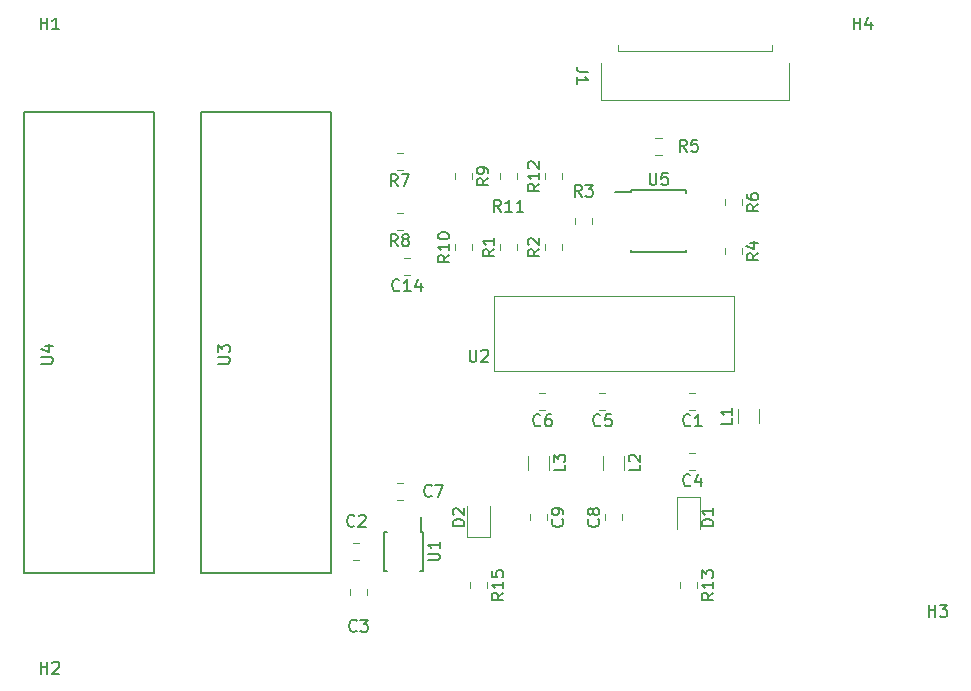
<source format=gbr>
G04 #@! TF.GenerationSoftware,KiCad,Pcbnew,(5.0.0)*
G04 #@! TF.CreationDate,2019-11-16T13:45:37-06:00*
G04 #@! TF.ProjectId,current sensor board,63757272656E742073656E736F722062,rev?*
G04 #@! TF.SameCoordinates,Original*
G04 #@! TF.FileFunction,Legend,Top*
G04 #@! TF.FilePolarity,Positive*
%FSLAX46Y46*%
G04 Gerber Fmt 4.6, Leading zero omitted, Abs format (unit mm)*
G04 Created by KiCad (PCBNEW (5.0.0)) date 11/16/19 13:45:37*
%MOMM*%
%LPD*%
G01*
G04 APERTURE LIST*
%ADD10C,0.150000*%
%ADD11C,0.120000*%
G04 APERTURE END LIST*
D10*
G04 #@! TO.C,U1*
X117245000Y-101195000D02*
X117070000Y-101195000D01*
X117245000Y-104545000D02*
X116995000Y-104545000D01*
X113895000Y-104545000D02*
X114145000Y-104545000D01*
X113895000Y-101195000D02*
X114145000Y-101195000D01*
X117245000Y-101195000D02*
X117245000Y-104545000D01*
X113895000Y-101195000D02*
X113895000Y-104545000D01*
X117070000Y-101195000D02*
X117070000Y-99945000D01*
D11*
G04 #@! TO.C,U2*
X123190000Y-87630000D02*
X123190000Y-81280000D01*
X123190000Y-81280000D02*
X143510000Y-81280000D01*
X143510000Y-81280000D02*
X143510000Y-87630000D01*
X143510000Y-87630000D02*
X123190000Y-87630000D01*
G04 #@! TO.C,C1*
X140291078Y-90880000D02*
X139773922Y-90880000D01*
X140291078Y-89460000D02*
X139773922Y-89460000D01*
G04 #@! TO.C,C2*
X111843078Y-102160000D02*
X111325922Y-102160000D01*
X111843078Y-103580000D02*
X111325922Y-103580000D01*
G04 #@! TO.C,C3*
X111050000Y-106088922D02*
X111050000Y-106606078D01*
X112470000Y-106088922D02*
X112470000Y-106606078D01*
G04 #@! TO.C,C4*
X140291078Y-95960000D02*
X139773922Y-95960000D01*
X140291078Y-94540000D02*
X139773922Y-94540000D01*
G04 #@! TO.C,C5*
X132671078Y-90880000D02*
X132153922Y-90880000D01*
X132671078Y-89460000D02*
X132153922Y-89460000D01*
G04 #@! TO.C,C6*
X127591078Y-89460000D02*
X127073922Y-89460000D01*
X127591078Y-90880000D02*
X127073922Y-90880000D01*
G04 #@! TO.C,C7*
X115496078Y-98500000D02*
X114978922Y-98500000D01*
X115496078Y-97080000D02*
X114978922Y-97080000D01*
G04 #@! TO.C,C8*
X134060000Y-100256078D02*
X134060000Y-99738922D01*
X132640000Y-100256078D02*
X132640000Y-99738922D01*
G04 #@! TO.C,C9*
X126290000Y-99738922D02*
X126290000Y-100256078D01*
X127710000Y-99738922D02*
X127710000Y-100256078D01*
G04 #@! TO.C,C14*
X116131078Y-78030000D02*
X115613922Y-78030000D01*
X116131078Y-79450000D02*
X115613922Y-79450000D01*
G04 #@! TO.C,D1*
X138740000Y-98312500D02*
X138740000Y-100997500D01*
X140660000Y-98312500D02*
X138740000Y-98312500D01*
X140660000Y-100997500D02*
X140660000Y-98312500D01*
G04 #@! TO.C,D2*
X120960000Y-98997500D02*
X120960000Y-101682500D01*
X120960000Y-101682500D02*
X122880000Y-101682500D01*
X122880000Y-101682500D02*
X122880000Y-98997500D01*
G04 #@! TO.C,J1*
X146778000Y-60031000D02*
X146758000Y-60031000D01*
X146778000Y-60531000D02*
X146778000Y-60031000D01*
X133748000Y-60531000D02*
X146778000Y-60531000D01*
X133748000Y-60031000D02*
X133748000Y-60531000D01*
X133768000Y-60031000D02*
X133748000Y-60031000D01*
X148198000Y-64621000D02*
X148198000Y-61546000D01*
X132328000Y-64621000D02*
X148198000Y-64621000D01*
X132328000Y-61546000D02*
X132328000Y-64621000D01*
G04 #@! TO.C,L1*
X145690000Y-92042064D02*
X145690000Y-90837936D01*
X143870000Y-92042064D02*
X143870000Y-90837936D01*
G04 #@! TO.C,L2*
X132440000Y-94777936D02*
X132440000Y-95982064D01*
X134260000Y-94777936D02*
X134260000Y-95982064D01*
G04 #@! TO.C,L3*
X127910000Y-94777936D02*
X127910000Y-95982064D01*
X126090000Y-94777936D02*
X126090000Y-95982064D01*
G04 #@! TO.C,R1*
X123750000Y-77396078D02*
X123750000Y-76878922D01*
X125170000Y-77396078D02*
X125170000Y-76878922D01*
G04 #@! TO.C,R2*
X128980000Y-77396078D02*
X128980000Y-76878922D01*
X127560000Y-77396078D02*
X127560000Y-76878922D01*
G04 #@! TO.C,R3*
X130100000Y-75188578D02*
X130100000Y-74671422D01*
X131520000Y-75188578D02*
X131520000Y-74671422D01*
G04 #@! TO.C,R4*
X144220000Y-77211422D02*
X144220000Y-77728578D01*
X142800000Y-77211422D02*
X142800000Y-77728578D01*
G04 #@! TO.C,R5*
X137418578Y-67870000D02*
X136901422Y-67870000D01*
X137418578Y-69290000D02*
X136901422Y-69290000D01*
G04 #@! TO.C,R6*
X142800000Y-73068922D02*
X142800000Y-73586078D01*
X144220000Y-73068922D02*
X144220000Y-73586078D01*
G04 #@! TO.C,R7*
X115496078Y-69140000D02*
X114978922Y-69140000D01*
X115496078Y-70560000D02*
X114978922Y-70560000D01*
G04 #@! TO.C,R8*
X115496078Y-75640000D02*
X114978922Y-75640000D01*
X115496078Y-74220000D02*
X114978922Y-74220000D01*
G04 #@! TO.C,R9*
X121360000Y-70861422D02*
X121360000Y-71378578D01*
X119940000Y-70861422D02*
X119940000Y-71378578D01*
G04 #@! TO.C,R10*
X121360000Y-77396078D02*
X121360000Y-76878922D01*
X119940000Y-77396078D02*
X119940000Y-76878922D01*
G04 #@! TO.C,R11*
X125170000Y-71378578D02*
X125170000Y-70861422D01*
X123750000Y-71378578D02*
X123750000Y-70861422D01*
G04 #@! TO.C,R12*
X127560000Y-71378578D02*
X127560000Y-70861422D01*
X128980000Y-71378578D02*
X128980000Y-70861422D01*
G04 #@! TO.C,R13*
X138990000Y-105483922D02*
X138990000Y-106001078D01*
X140410000Y-105483922D02*
X140410000Y-106001078D01*
G04 #@! TO.C,R15*
X122630000Y-105483922D02*
X122630000Y-106001078D01*
X121210000Y-105483922D02*
X121210000Y-106001078D01*
D10*
G04 #@! TO.C,U3*
X109410000Y-104716000D02*
X109410000Y-65716000D01*
X98410000Y-104716000D02*
X98410000Y-65716000D01*
X109410000Y-104716000D02*
X98410000Y-104716000D01*
X109410000Y-65716000D02*
X98410000Y-65716000D01*
G04 #@! TO.C,U4*
X94440000Y-65716000D02*
X83440000Y-65716000D01*
X94440000Y-104716000D02*
X83440000Y-104716000D01*
X83440000Y-104716000D02*
X83440000Y-65716000D01*
X94440000Y-104716000D02*
X94440000Y-65716000D01*
G04 #@! TO.C,U5*
X134835000Y-72305000D02*
X134835000Y-72430000D01*
X139485000Y-72305000D02*
X139485000Y-72530000D01*
X139485000Y-77555000D02*
X139485000Y-77330000D01*
X134835000Y-77555000D02*
X134835000Y-77330000D01*
X134835000Y-72305000D02*
X139485000Y-72305000D01*
X134835000Y-77555000D02*
X139485000Y-77555000D01*
X134835000Y-72430000D02*
X133485000Y-72430000D01*
G04 #@! TO.C,H4*
X153670095Y-58682380D02*
X153670095Y-57682380D01*
X153670095Y-58158571D02*
X154241523Y-58158571D01*
X154241523Y-58682380D02*
X154241523Y-57682380D01*
X155146285Y-58015714D02*
X155146285Y-58682380D01*
X154908190Y-57634761D02*
X154670095Y-58349047D01*
X155289142Y-58349047D01*
G04 #@! TO.C,H3*
X160020095Y-108402380D02*
X160020095Y-107402380D01*
X160020095Y-107878571D02*
X160591523Y-107878571D01*
X160591523Y-108402380D02*
X160591523Y-107402380D01*
X160972476Y-107402380D02*
X161591523Y-107402380D01*
X161258190Y-107783333D01*
X161401047Y-107783333D01*
X161496285Y-107830952D01*
X161543904Y-107878571D01*
X161591523Y-107973809D01*
X161591523Y-108211904D01*
X161543904Y-108307142D01*
X161496285Y-108354761D01*
X161401047Y-108402380D01*
X161115333Y-108402380D01*
X161020095Y-108354761D01*
X160972476Y-108307142D01*
G04 #@! TO.C,H2*
X84836095Y-113228380D02*
X84836095Y-112228380D01*
X84836095Y-112704571D02*
X85407523Y-112704571D01*
X85407523Y-113228380D02*
X85407523Y-112228380D01*
X85836095Y-112323619D02*
X85883714Y-112276000D01*
X85978952Y-112228380D01*
X86217047Y-112228380D01*
X86312285Y-112276000D01*
X86359904Y-112323619D01*
X86407523Y-112418857D01*
X86407523Y-112514095D01*
X86359904Y-112656952D01*
X85788476Y-113228380D01*
X86407523Y-113228380D01*
G04 #@! TO.C,H1*
X84836095Y-58682380D02*
X84836095Y-57682380D01*
X84836095Y-58158571D02*
X85407523Y-58158571D01*
X85407523Y-58682380D02*
X85407523Y-57682380D01*
X86407523Y-58682380D02*
X85836095Y-58682380D01*
X86121809Y-58682380D02*
X86121809Y-57682380D01*
X86026571Y-57825238D01*
X85931333Y-57920476D01*
X85836095Y-57968095D01*
G04 #@! TO.C,U1*
X117622380Y-103631904D02*
X118431904Y-103631904D01*
X118527142Y-103584285D01*
X118574761Y-103536666D01*
X118622380Y-103441428D01*
X118622380Y-103250952D01*
X118574761Y-103155714D01*
X118527142Y-103108095D01*
X118431904Y-103060476D01*
X117622380Y-103060476D01*
X118622380Y-102060476D02*
X118622380Y-102631904D01*
X118622380Y-102346190D02*
X117622380Y-102346190D01*
X117765238Y-102441428D01*
X117860476Y-102536666D01*
X117908095Y-102631904D01*
G04 #@! TO.C,U2*
X121158095Y-85812380D02*
X121158095Y-86621904D01*
X121205714Y-86717142D01*
X121253333Y-86764761D01*
X121348571Y-86812380D01*
X121539047Y-86812380D01*
X121634285Y-86764761D01*
X121681904Y-86717142D01*
X121729523Y-86621904D01*
X121729523Y-85812380D01*
X122158095Y-85907619D02*
X122205714Y-85860000D01*
X122300952Y-85812380D01*
X122539047Y-85812380D01*
X122634285Y-85860000D01*
X122681904Y-85907619D01*
X122729523Y-86002857D01*
X122729523Y-86098095D01*
X122681904Y-86240952D01*
X122110476Y-86812380D01*
X122729523Y-86812380D01*
G04 #@! TO.C,C1*
X139865833Y-92177142D02*
X139818214Y-92224761D01*
X139675357Y-92272380D01*
X139580119Y-92272380D01*
X139437261Y-92224761D01*
X139342023Y-92129523D01*
X139294404Y-92034285D01*
X139246785Y-91843809D01*
X139246785Y-91700952D01*
X139294404Y-91510476D01*
X139342023Y-91415238D01*
X139437261Y-91320000D01*
X139580119Y-91272380D01*
X139675357Y-91272380D01*
X139818214Y-91320000D01*
X139865833Y-91367619D01*
X140818214Y-92272380D02*
X140246785Y-92272380D01*
X140532500Y-92272380D02*
X140532500Y-91272380D01*
X140437261Y-91415238D01*
X140342023Y-91510476D01*
X140246785Y-91558095D01*
G04 #@! TO.C,C2*
X111417833Y-100687142D02*
X111370214Y-100734761D01*
X111227357Y-100782380D01*
X111132119Y-100782380D01*
X110989261Y-100734761D01*
X110894023Y-100639523D01*
X110846404Y-100544285D01*
X110798785Y-100353809D01*
X110798785Y-100210952D01*
X110846404Y-100020476D01*
X110894023Y-99925238D01*
X110989261Y-99830000D01*
X111132119Y-99782380D01*
X111227357Y-99782380D01*
X111370214Y-99830000D01*
X111417833Y-99877619D01*
X111798785Y-99877619D02*
X111846404Y-99830000D01*
X111941642Y-99782380D01*
X112179738Y-99782380D01*
X112274976Y-99830000D01*
X112322595Y-99877619D01*
X112370214Y-99972857D01*
X112370214Y-100068095D01*
X112322595Y-100210952D01*
X111751166Y-100782380D01*
X112370214Y-100782380D01*
G04 #@! TO.C,C3*
X111593333Y-109577142D02*
X111545714Y-109624761D01*
X111402857Y-109672380D01*
X111307619Y-109672380D01*
X111164761Y-109624761D01*
X111069523Y-109529523D01*
X111021904Y-109434285D01*
X110974285Y-109243809D01*
X110974285Y-109100952D01*
X111021904Y-108910476D01*
X111069523Y-108815238D01*
X111164761Y-108720000D01*
X111307619Y-108672380D01*
X111402857Y-108672380D01*
X111545714Y-108720000D01*
X111593333Y-108767619D01*
X111926666Y-108672380D02*
X112545714Y-108672380D01*
X112212380Y-109053333D01*
X112355238Y-109053333D01*
X112450476Y-109100952D01*
X112498095Y-109148571D01*
X112545714Y-109243809D01*
X112545714Y-109481904D01*
X112498095Y-109577142D01*
X112450476Y-109624761D01*
X112355238Y-109672380D01*
X112069523Y-109672380D01*
X111974285Y-109624761D01*
X111926666Y-109577142D01*
G04 #@! TO.C,C4*
X139865833Y-97257142D02*
X139818214Y-97304761D01*
X139675357Y-97352380D01*
X139580119Y-97352380D01*
X139437261Y-97304761D01*
X139342023Y-97209523D01*
X139294404Y-97114285D01*
X139246785Y-96923809D01*
X139246785Y-96780952D01*
X139294404Y-96590476D01*
X139342023Y-96495238D01*
X139437261Y-96400000D01*
X139580119Y-96352380D01*
X139675357Y-96352380D01*
X139818214Y-96400000D01*
X139865833Y-96447619D01*
X140722976Y-96685714D02*
X140722976Y-97352380D01*
X140484880Y-96304761D02*
X140246785Y-97019047D01*
X140865833Y-97019047D01*
G04 #@! TO.C,C5*
X132245833Y-92177142D02*
X132198214Y-92224761D01*
X132055357Y-92272380D01*
X131960119Y-92272380D01*
X131817261Y-92224761D01*
X131722023Y-92129523D01*
X131674404Y-92034285D01*
X131626785Y-91843809D01*
X131626785Y-91700952D01*
X131674404Y-91510476D01*
X131722023Y-91415238D01*
X131817261Y-91320000D01*
X131960119Y-91272380D01*
X132055357Y-91272380D01*
X132198214Y-91320000D01*
X132245833Y-91367619D01*
X133150595Y-91272380D02*
X132674404Y-91272380D01*
X132626785Y-91748571D01*
X132674404Y-91700952D01*
X132769642Y-91653333D01*
X133007738Y-91653333D01*
X133102976Y-91700952D01*
X133150595Y-91748571D01*
X133198214Y-91843809D01*
X133198214Y-92081904D01*
X133150595Y-92177142D01*
X133102976Y-92224761D01*
X133007738Y-92272380D01*
X132769642Y-92272380D01*
X132674404Y-92224761D01*
X132626785Y-92177142D01*
G04 #@! TO.C,C6*
X127165833Y-92177142D02*
X127118214Y-92224761D01*
X126975357Y-92272380D01*
X126880119Y-92272380D01*
X126737261Y-92224761D01*
X126642023Y-92129523D01*
X126594404Y-92034285D01*
X126546785Y-91843809D01*
X126546785Y-91700952D01*
X126594404Y-91510476D01*
X126642023Y-91415238D01*
X126737261Y-91320000D01*
X126880119Y-91272380D01*
X126975357Y-91272380D01*
X127118214Y-91320000D01*
X127165833Y-91367619D01*
X128022976Y-91272380D02*
X127832500Y-91272380D01*
X127737261Y-91320000D01*
X127689642Y-91367619D01*
X127594404Y-91510476D01*
X127546785Y-91700952D01*
X127546785Y-92081904D01*
X127594404Y-92177142D01*
X127642023Y-92224761D01*
X127737261Y-92272380D01*
X127927738Y-92272380D01*
X128022976Y-92224761D01*
X128070595Y-92177142D01*
X128118214Y-92081904D01*
X128118214Y-91843809D01*
X128070595Y-91748571D01*
X128022976Y-91700952D01*
X127927738Y-91653333D01*
X127737261Y-91653333D01*
X127642023Y-91700952D01*
X127594404Y-91748571D01*
X127546785Y-91843809D01*
G04 #@! TO.C,C7*
X117943333Y-98147142D02*
X117895714Y-98194761D01*
X117752857Y-98242380D01*
X117657619Y-98242380D01*
X117514761Y-98194761D01*
X117419523Y-98099523D01*
X117371904Y-98004285D01*
X117324285Y-97813809D01*
X117324285Y-97670952D01*
X117371904Y-97480476D01*
X117419523Y-97385238D01*
X117514761Y-97290000D01*
X117657619Y-97242380D01*
X117752857Y-97242380D01*
X117895714Y-97290000D01*
X117943333Y-97337619D01*
X118276666Y-97242380D02*
X118943333Y-97242380D01*
X118514761Y-98242380D01*
G04 #@! TO.C,C8*
X132057142Y-100164166D02*
X132104761Y-100211785D01*
X132152380Y-100354642D01*
X132152380Y-100449880D01*
X132104761Y-100592738D01*
X132009523Y-100687976D01*
X131914285Y-100735595D01*
X131723809Y-100783214D01*
X131580952Y-100783214D01*
X131390476Y-100735595D01*
X131295238Y-100687976D01*
X131200000Y-100592738D01*
X131152380Y-100449880D01*
X131152380Y-100354642D01*
X131200000Y-100211785D01*
X131247619Y-100164166D01*
X131580952Y-99592738D02*
X131533333Y-99687976D01*
X131485714Y-99735595D01*
X131390476Y-99783214D01*
X131342857Y-99783214D01*
X131247619Y-99735595D01*
X131200000Y-99687976D01*
X131152380Y-99592738D01*
X131152380Y-99402261D01*
X131200000Y-99307023D01*
X131247619Y-99259404D01*
X131342857Y-99211785D01*
X131390476Y-99211785D01*
X131485714Y-99259404D01*
X131533333Y-99307023D01*
X131580952Y-99402261D01*
X131580952Y-99592738D01*
X131628571Y-99687976D01*
X131676190Y-99735595D01*
X131771428Y-99783214D01*
X131961904Y-99783214D01*
X132057142Y-99735595D01*
X132104761Y-99687976D01*
X132152380Y-99592738D01*
X132152380Y-99402261D01*
X132104761Y-99307023D01*
X132057142Y-99259404D01*
X131961904Y-99211785D01*
X131771428Y-99211785D01*
X131676190Y-99259404D01*
X131628571Y-99307023D01*
X131580952Y-99402261D01*
G04 #@! TO.C,C9*
X129007142Y-100164166D02*
X129054761Y-100211785D01*
X129102380Y-100354642D01*
X129102380Y-100449880D01*
X129054761Y-100592738D01*
X128959523Y-100687976D01*
X128864285Y-100735595D01*
X128673809Y-100783214D01*
X128530952Y-100783214D01*
X128340476Y-100735595D01*
X128245238Y-100687976D01*
X128150000Y-100592738D01*
X128102380Y-100449880D01*
X128102380Y-100354642D01*
X128150000Y-100211785D01*
X128197619Y-100164166D01*
X129102380Y-99687976D02*
X129102380Y-99497500D01*
X129054761Y-99402261D01*
X129007142Y-99354642D01*
X128864285Y-99259404D01*
X128673809Y-99211785D01*
X128292857Y-99211785D01*
X128197619Y-99259404D01*
X128150000Y-99307023D01*
X128102380Y-99402261D01*
X128102380Y-99592738D01*
X128150000Y-99687976D01*
X128197619Y-99735595D01*
X128292857Y-99783214D01*
X128530952Y-99783214D01*
X128626190Y-99735595D01*
X128673809Y-99687976D01*
X128721428Y-99592738D01*
X128721428Y-99402261D01*
X128673809Y-99307023D01*
X128626190Y-99259404D01*
X128530952Y-99211785D01*
G04 #@! TO.C,C14*
X115229642Y-80747142D02*
X115182023Y-80794761D01*
X115039166Y-80842380D01*
X114943928Y-80842380D01*
X114801071Y-80794761D01*
X114705833Y-80699523D01*
X114658214Y-80604285D01*
X114610595Y-80413809D01*
X114610595Y-80270952D01*
X114658214Y-80080476D01*
X114705833Y-79985238D01*
X114801071Y-79890000D01*
X114943928Y-79842380D01*
X115039166Y-79842380D01*
X115182023Y-79890000D01*
X115229642Y-79937619D01*
X116182023Y-80842380D02*
X115610595Y-80842380D01*
X115896309Y-80842380D02*
X115896309Y-79842380D01*
X115801071Y-79985238D01*
X115705833Y-80080476D01*
X115610595Y-80128095D01*
X117039166Y-80175714D02*
X117039166Y-80842380D01*
X116801071Y-79794761D02*
X116562976Y-80509047D01*
X117182023Y-80509047D01*
G04 #@! TO.C,D1*
X141802380Y-100735595D02*
X140802380Y-100735595D01*
X140802380Y-100497500D01*
X140850000Y-100354642D01*
X140945238Y-100259404D01*
X141040476Y-100211785D01*
X141230952Y-100164166D01*
X141373809Y-100164166D01*
X141564285Y-100211785D01*
X141659523Y-100259404D01*
X141754761Y-100354642D01*
X141802380Y-100497500D01*
X141802380Y-100735595D01*
X141802380Y-99211785D02*
X141802380Y-99783214D01*
X141802380Y-99497500D02*
X140802380Y-99497500D01*
X140945238Y-99592738D01*
X141040476Y-99687976D01*
X141088095Y-99783214D01*
G04 #@! TO.C,D2*
X120722380Y-100735595D02*
X119722380Y-100735595D01*
X119722380Y-100497500D01*
X119770000Y-100354642D01*
X119865238Y-100259404D01*
X119960476Y-100211785D01*
X120150952Y-100164166D01*
X120293809Y-100164166D01*
X120484285Y-100211785D01*
X120579523Y-100259404D01*
X120674761Y-100354642D01*
X120722380Y-100497500D01*
X120722380Y-100735595D01*
X119817619Y-99783214D02*
X119770000Y-99735595D01*
X119722380Y-99640357D01*
X119722380Y-99402261D01*
X119770000Y-99307023D01*
X119817619Y-99259404D01*
X119912857Y-99211785D01*
X120008095Y-99211785D01*
X120150952Y-99259404D01*
X120722380Y-99830833D01*
X120722380Y-99211785D01*
G04 #@! TO.C,J1*
X131230619Y-62277666D02*
X130516333Y-62277666D01*
X130373476Y-62230047D01*
X130278238Y-62134809D01*
X130230619Y-61991952D01*
X130230619Y-61896714D01*
X130230619Y-63277666D02*
X130230619Y-62706238D01*
X130230619Y-62991952D02*
X131230619Y-62991952D01*
X131087761Y-62896714D01*
X130992523Y-62801476D01*
X130944904Y-62706238D01*
G04 #@! TO.C,L1*
X143412380Y-91606666D02*
X143412380Y-92082857D01*
X142412380Y-92082857D01*
X143412380Y-90749523D02*
X143412380Y-91320952D01*
X143412380Y-91035238D02*
X142412380Y-91035238D01*
X142555238Y-91130476D01*
X142650476Y-91225714D01*
X142698095Y-91320952D01*
G04 #@! TO.C,L2*
X135622380Y-95546666D02*
X135622380Y-96022857D01*
X134622380Y-96022857D01*
X134717619Y-95260952D02*
X134670000Y-95213333D01*
X134622380Y-95118095D01*
X134622380Y-94880000D01*
X134670000Y-94784761D01*
X134717619Y-94737142D01*
X134812857Y-94689523D01*
X134908095Y-94689523D01*
X135050952Y-94737142D01*
X135622380Y-95308571D01*
X135622380Y-94689523D01*
G04 #@! TO.C,L3*
X129272380Y-95546666D02*
X129272380Y-96022857D01*
X128272380Y-96022857D01*
X128272380Y-95308571D02*
X128272380Y-94689523D01*
X128653333Y-95022857D01*
X128653333Y-94880000D01*
X128700952Y-94784761D01*
X128748571Y-94737142D01*
X128843809Y-94689523D01*
X129081904Y-94689523D01*
X129177142Y-94737142D01*
X129224761Y-94784761D01*
X129272380Y-94880000D01*
X129272380Y-95165714D01*
X129224761Y-95260952D01*
X129177142Y-95308571D01*
G04 #@! TO.C,R1*
X123262380Y-77304166D02*
X122786190Y-77637500D01*
X123262380Y-77875595D02*
X122262380Y-77875595D01*
X122262380Y-77494642D01*
X122310000Y-77399404D01*
X122357619Y-77351785D01*
X122452857Y-77304166D01*
X122595714Y-77304166D01*
X122690952Y-77351785D01*
X122738571Y-77399404D01*
X122786190Y-77494642D01*
X122786190Y-77875595D01*
X123262380Y-76351785D02*
X123262380Y-76923214D01*
X123262380Y-76637500D02*
X122262380Y-76637500D01*
X122405238Y-76732738D01*
X122500476Y-76827976D01*
X122548095Y-76923214D01*
G04 #@! TO.C,R2*
X127072380Y-77304166D02*
X126596190Y-77637500D01*
X127072380Y-77875595D02*
X126072380Y-77875595D01*
X126072380Y-77494642D01*
X126120000Y-77399404D01*
X126167619Y-77351785D01*
X126262857Y-77304166D01*
X126405714Y-77304166D01*
X126500952Y-77351785D01*
X126548571Y-77399404D01*
X126596190Y-77494642D01*
X126596190Y-77875595D01*
X126167619Y-76923214D02*
X126120000Y-76875595D01*
X126072380Y-76780357D01*
X126072380Y-76542261D01*
X126120000Y-76447023D01*
X126167619Y-76399404D01*
X126262857Y-76351785D01*
X126358095Y-76351785D01*
X126500952Y-76399404D01*
X127072380Y-76970833D01*
X127072380Y-76351785D01*
G04 #@! TO.C,R3*
X130643333Y-72842380D02*
X130310000Y-72366190D01*
X130071904Y-72842380D02*
X130071904Y-71842380D01*
X130452857Y-71842380D01*
X130548095Y-71890000D01*
X130595714Y-71937619D01*
X130643333Y-72032857D01*
X130643333Y-72175714D01*
X130595714Y-72270952D01*
X130548095Y-72318571D01*
X130452857Y-72366190D01*
X130071904Y-72366190D01*
X130976666Y-71842380D02*
X131595714Y-71842380D01*
X131262380Y-72223333D01*
X131405238Y-72223333D01*
X131500476Y-72270952D01*
X131548095Y-72318571D01*
X131595714Y-72413809D01*
X131595714Y-72651904D01*
X131548095Y-72747142D01*
X131500476Y-72794761D01*
X131405238Y-72842380D01*
X131119523Y-72842380D01*
X131024285Y-72794761D01*
X130976666Y-72747142D01*
G04 #@! TO.C,R4*
X145612380Y-77636666D02*
X145136190Y-77970000D01*
X145612380Y-78208095D02*
X144612380Y-78208095D01*
X144612380Y-77827142D01*
X144660000Y-77731904D01*
X144707619Y-77684285D01*
X144802857Y-77636666D01*
X144945714Y-77636666D01*
X145040952Y-77684285D01*
X145088571Y-77731904D01*
X145136190Y-77827142D01*
X145136190Y-78208095D01*
X144945714Y-76779523D02*
X145612380Y-76779523D01*
X144564761Y-77017619D02*
X145279047Y-77255714D01*
X145279047Y-76636666D01*
G04 #@! TO.C,R5*
X139533333Y-69032380D02*
X139200000Y-68556190D01*
X138961904Y-69032380D02*
X138961904Y-68032380D01*
X139342857Y-68032380D01*
X139438095Y-68080000D01*
X139485714Y-68127619D01*
X139533333Y-68222857D01*
X139533333Y-68365714D01*
X139485714Y-68460952D01*
X139438095Y-68508571D01*
X139342857Y-68556190D01*
X138961904Y-68556190D01*
X140438095Y-68032380D02*
X139961904Y-68032380D01*
X139914285Y-68508571D01*
X139961904Y-68460952D01*
X140057142Y-68413333D01*
X140295238Y-68413333D01*
X140390476Y-68460952D01*
X140438095Y-68508571D01*
X140485714Y-68603809D01*
X140485714Y-68841904D01*
X140438095Y-68937142D01*
X140390476Y-68984761D01*
X140295238Y-69032380D01*
X140057142Y-69032380D01*
X139961904Y-68984761D01*
X139914285Y-68937142D01*
G04 #@! TO.C,R6*
X145612380Y-73494166D02*
X145136190Y-73827500D01*
X145612380Y-74065595D02*
X144612380Y-74065595D01*
X144612380Y-73684642D01*
X144660000Y-73589404D01*
X144707619Y-73541785D01*
X144802857Y-73494166D01*
X144945714Y-73494166D01*
X145040952Y-73541785D01*
X145088571Y-73589404D01*
X145136190Y-73684642D01*
X145136190Y-74065595D01*
X144612380Y-72637023D02*
X144612380Y-72827500D01*
X144660000Y-72922738D01*
X144707619Y-72970357D01*
X144850476Y-73065595D01*
X145040952Y-73113214D01*
X145421904Y-73113214D01*
X145517142Y-73065595D01*
X145564761Y-73017976D01*
X145612380Y-72922738D01*
X145612380Y-72732261D01*
X145564761Y-72637023D01*
X145517142Y-72589404D01*
X145421904Y-72541785D01*
X145183809Y-72541785D01*
X145088571Y-72589404D01*
X145040952Y-72637023D01*
X144993333Y-72732261D01*
X144993333Y-72922738D01*
X145040952Y-73017976D01*
X145088571Y-73065595D01*
X145183809Y-73113214D01*
G04 #@! TO.C,R7*
X115070833Y-71952380D02*
X114737500Y-71476190D01*
X114499404Y-71952380D02*
X114499404Y-70952380D01*
X114880357Y-70952380D01*
X114975595Y-71000000D01*
X115023214Y-71047619D01*
X115070833Y-71142857D01*
X115070833Y-71285714D01*
X115023214Y-71380952D01*
X114975595Y-71428571D01*
X114880357Y-71476190D01*
X114499404Y-71476190D01*
X115404166Y-70952380D02*
X116070833Y-70952380D01*
X115642261Y-71952380D01*
G04 #@! TO.C,R8*
X115070833Y-77032380D02*
X114737500Y-76556190D01*
X114499404Y-77032380D02*
X114499404Y-76032380D01*
X114880357Y-76032380D01*
X114975595Y-76080000D01*
X115023214Y-76127619D01*
X115070833Y-76222857D01*
X115070833Y-76365714D01*
X115023214Y-76460952D01*
X114975595Y-76508571D01*
X114880357Y-76556190D01*
X114499404Y-76556190D01*
X115642261Y-76460952D02*
X115547023Y-76413333D01*
X115499404Y-76365714D01*
X115451785Y-76270476D01*
X115451785Y-76222857D01*
X115499404Y-76127619D01*
X115547023Y-76080000D01*
X115642261Y-76032380D01*
X115832738Y-76032380D01*
X115927976Y-76080000D01*
X115975595Y-76127619D01*
X116023214Y-76222857D01*
X116023214Y-76270476D01*
X115975595Y-76365714D01*
X115927976Y-76413333D01*
X115832738Y-76460952D01*
X115642261Y-76460952D01*
X115547023Y-76508571D01*
X115499404Y-76556190D01*
X115451785Y-76651428D01*
X115451785Y-76841904D01*
X115499404Y-76937142D01*
X115547023Y-76984761D01*
X115642261Y-77032380D01*
X115832738Y-77032380D01*
X115927976Y-76984761D01*
X115975595Y-76937142D01*
X116023214Y-76841904D01*
X116023214Y-76651428D01*
X115975595Y-76556190D01*
X115927976Y-76508571D01*
X115832738Y-76460952D01*
G04 #@! TO.C,R9*
X122752380Y-71286666D02*
X122276190Y-71620000D01*
X122752380Y-71858095D02*
X121752380Y-71858095D01*
X121752380Y-71477142D01*
X121800000Y-71381904D01*
X121847619Y-71334285D01*
X121942857Y-71286666D01*
X122085714Y-71286666D01*
X122180952Y-71334285D01*
X122228571Y-71381904D01*
X122276190Y-71477142D01*
X122276190Y-71858095D01*
X122752380Y-70810476D02*
X122752380Y-70620000D01*
X122704761Y-70524761D01*
X122657142Y-70477142D01*
X122514285Y-70381904D01*
X122323809Y-70334285D01*
X121942857Y-70334285D01*
X121847619Y-70381904D01*
X121800000Y-70429523D01*
X121752380Y-70524761D01*
X121752380Y-70715238D01*
X121800000Y-70810476D01*
X121847619Y-70858095D01*
X121942857Y-70905714D01*
X122180952Y-70905714D01*
X122276190Y-70858095D01*
X122323809Y-70810476D01*
X122371428Y-70715238D01*
X122371428Y-70524761D01*
X122323809Y-70429523D01*
X122276190Y-70381904D01*
X122180952Y-70334285D01*
G04 #@! TO.C,R10*
X119452380Y-77780357D02*
X118976190Y-78113690D01*
X119452380Y-78351785D02*
X118452380Y-78351785D01*
X118452380Y-77970833D01*
X118500000Y-77875595D01*
X118547619Y-77827976D01*
X118642857Y-77780357D01*
X118785714Y-77780357D01*
X118880952Y-77827976D01*
X118928571Y-77875595D01*
X118976190Y-77970833D01*
X118976190Y-78351785D01*
X119452380Y-76827976D02*
X119452380Y-77399404D01*
X119452380Y-77113690D02*
X118452380Y-77113690D01*
X118595238Y-77208928D01*
X118690476Y-77304166D01*
X118738095Y-77399404D01*
X118452380Y-76208928D02*
X118452380Y-76113690D01*
X118500000Y-76018452D01*
X118547619Y-75970833D01*
X118642857Y-75923214D01*
X118833333Y-75875595D01*
X119071428Y-75875595D01*
X119261904Y-75923214D01*
X119357142Y-75970833D01*
X119404761Y-76018452D01*
X119452380Y-76113690D01*
X119452380Y-76208928D01*
X119404761Y-76304166D01*
X119357142Y-76351785D01*
X119261904Y-76399404D01*
X119071428Y-76447023D01*
X118833333Y-76447023D01*
X118642857Y-76399404D01*
X118547619Y-76351785D01*
X118500000Y-76304166D01*
X118452380Y-76208928D01*
G04 #@! TO.C,R11*
X123817142Y-74112380D02*
X123483809Y-73636190D01*
X123245714Y-74112380D02*
X123245714Y-73112380D01*
X123626666Y-73112380D01*
X123721904Y-73160000D01*
X123769523Y-73207619D01*
X123817142Y-73302857D01*
X123817142Y-73445714D01*
X123769523Y-73540952D01*
X123721904Y-73588571D01*
X123626666Y-73636190D01*
X123245714Y-73636190D01*
X124769523Y-74112380D02*
X124198095Y-74112380D01*
X124483809Y-74112380D02*
X124483809Y-73112380D01*
X124388571Y-73255238D01*
X124293333Y-73350476D01*
X124198095Y-73398095D01*
X125721904Y-74112380D02*
X125150476Y-74112380D01*
X125436190Y-74112380D02*
X125436190Y-73112380D01*
X125340952Y-73255238D01*
X125245714Y-73350476D01*
X125150476Y-73398095D01*
G04 #@! TO.C,R12*
X127072380Y-71762857D02*
X126596190Y-72096190D01*
X127072380Y-72334285D02*
X126072380Y-72334285D01*
X126072380Y-71953333D01*
X126120000Y-71858095D01*
X126167619Y-71810476D01*
X126262857Y-71762857D01*
X126405714Y-71762857D01*
X126500952Y-71810476D01*
X126548571Y-71858095D01*
X126596190Y-71953333D01*
X126596190Y-72334285D01*
X127072380Y-70810476D02*
X127072380Y-71381904D01*
X127072380Y-71096190D02*
X126072380Y-71096190D01*
X126215238Y-71191428D01*
X126310476Y-71286666D01*
X126358095Y-71381904D01*
X126167619Y-70429523D02*
X126120000Y-70381904D01*
X126072380Y-70286666D01*
X126072380Y-70048571D01*
X126120000Y-69953333D01*
X126167619Y-69905714D01*
X126262857Y-69858095D01*
X126358095Y-69858095D01*
X126500952Y-69905714D01*
X127072380Y-70477142D01*
X127072380Y-69858095D01*
G04 #@! TO.C,R13*
X141802380Y-106385357D02*
X141326190Y-106718690D01*
X141802380Y-106956785D02*
X140802380Y-106956785D01*
X140802380Y-106575833D01*
X140850000Y-106480595D01*
X140897619Y-106432976D01*
X140992857Y-106385357D01*
X141135714Y-106385357D01*
X141230952Y-106432976D01*
X141278571Y-106480595D01*
X141326190Y-106575833D01*
X141326190Y-106956785D01*
X141802380Y-105432976D02*
X141802380Y-106004404D01*
X141802380Y-105718690D02*
X140802380Y-105718690D01*
X140945238Y-105813928D01*
X141040476Y-105909166D01*
X141088095Y-106004404D01*
X140802380Y-105099642D02*
X140802380Y-104480595D01*
X141183333Y-104813928D01*
X141183333Y-104671071D01*
X141230952Y-104575833D01*
X141278571Y-104528214D01*
X141373809Y-104480595D01*
X141611904Y-104480595D01*
X141707142Y-104528214D01*
X141754761Y-104575833D01*
X141802380Y-104671071D01*
X141802380Y-104956785D01*
X141754761Y-105052023D01*
X141707142Y-105099642D01*
G04 #@! TO.C,R15*
X124022380Y-106385357D02*
X123546190Y-106718690D01*
X124022380Y-106956785D02*
X123022380Y-106956785D01*
X123022380Y-106575833D01*
X123070000Y-106480595D01*
X123117619Y-106432976D01*
X123212857Y-106385357D01*
X123355714Y-106385357D01*
X123450952Y-106432976D01*
X123498571Y-106480595D01*
X123546190Y-106575833D01*
X123546190Y-106956785D01*
X124022380Y-105432976D02*
X124022380Y-106004404D01*
X124022380Y-105718690D02*
X123022380Y-105718690D01*
X123165238Y-105813928D01*
X123260476Y-105909166D01*
X123308095Y-106004404D01*
X123022380Y-104528214D02*
X123022380Y-105004404D01*
X123498571Y-105052023D01*
X123450952Y-105004404D01*
X123403333Y-104909166D01*
X123403333Y-104671071D01*
X123450952Y-104575833D01*
X123498571Y-104528214D01*
X123593809Y-104480595D01*
X123831904Y-104480595D01*
X123927142Y-104528214D01*
X123974761Y-104575833D01*
X124022380Y-104671071D01*
X124022380Y-104909166D01*
X123974761Y-105004404D01*
X123927142Y-105052023D01*
G04 #@! TO.C,U3*
X99862380Y-86977904D02*
X100671904Y-86977904D01*
X100767142Y-86930285D01*
X100814761Y-86882666D01*
X100862380Y-86787428D01*
X100862380Y-86596952D01*
X100814761Y-86501714D01*
X100767142Y-86454095D01*
X100671904Y-86406476D01*
X99862380Y-86406476D01*
X99862380Y-86025523D02*
X99862380Y-85406476D01*
X100243333Y-85739809D01*
X100243333Y-85596952D01*
X100290952Y-85501714D01*
X100338571Y-85454095D01*
X100433809Y-85406476D01*
X100671904Y-85406476D01*
X100767142Y-85454095D01*
X100814761Y-85501714D01*
X100862380Y-85596952D01*
X100862380Y-85882666D01*
X100814761Y-85977904D01*
X100767142Y-86025523D01*
G04 #@! TO.C,U4*
X84892380Y-86977904D02*
X85701904Y-86977904D01*
X85797142Y-86930285D01*
X85844761Y-86882666D01*
X85892380Y-86787428D01*
X85892380Y-86596952D01*
X85844761Y-86501714D01*
X85797142Y-86454095D01*
X85701904Y-86406476D01*
X84892380Y-86406476D01*
X85225714Y-85501714D02*
X85892380Y-85501714D01*
X84844761Y-85739809D02*
X85559047Y-85977904D01*
X85559047Y-85358857D01*
G04 #@! TO.C,U5*
X136398095Y-70832380D02*
X136398095Y-71641904D01*
X136445714Y-71737142D01*
X136493333Y-71784761D01*
X136588571Y-71832380D01*
X136779047Y-71832380D01*
X136874285Y-71784761D01*
X136921904Y-71737142D01*
X136969523Y-71641904D01*
X136969523Y-70832380D01*
X137921904Y-70832380D02*
X137445714Y-70832380D01*
X137398095Y-71308571D01*
X137445714Y-71260952D01*
X137540952Y-71213333D01*
X137779047Y-71213333D01*
X137874285Y-71260952D01*
X137921904Y-71308571D01*
X137969523Y-71403809D01*
X137969523Y-71641904D01*
X137921904Y-71737142D01*
X137874285Y-71784761D01*
X137779047Y-71832380D01*
X137540952Y-71832380D01*
X137445714Y-71784761D01*
X137398095Y-71737142D01*
G04 #@! TD*
M02*

</source>
